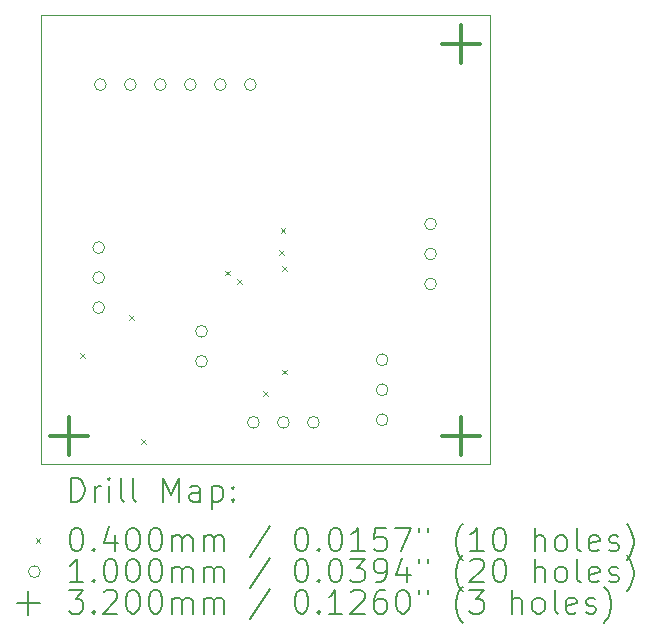
<source format=gbr>
%TF.GenerationSoftware,KiCad,Pcbnew,7.0.8-7.0.8~ubuntu22.04.1*%
%TF.CreationDate,2024-01-26T15:47:42+01:00*%
%TF.ProjectId,imu,696d752e-6b69-4636-9164-5f7063625858,rev?*%
%TF.SameCoordinates,Original*%
%TF.FileFunction,Drillmap*%
%TF.FilePolarity,Positive*%
%FSLAX45Y45*%
G04 Gerber Fmt 4.5, Leading zero omitted, Abs format (unit mm)*
G04 Created by KiCad (PCBNEW 7.0.8-7.0.8~ubuntu22.04.1) date 2024-01-26 15:47:42*
%MOMM*%
%LPD*%
G01*
G04 APERTURE LIST*
%ADD10C,0.100000*%
%ADD11C,0.200000*%
%ADD12C,0.040000*%
%ADD13C,0.320000*%
G04 APERTURE END LIST*
D10*
X12000589Y-3664558D02*
X12000589Y-7464558D01*
X8200589Y-7464558D01*
X8200589Y-3664558D01*
X12000589Y-3664558D01*
D11*
D12*
X8530589Y-6524558D02*
X8570589Y-6564558D01*
X8570589Y-6524558D02*
X8530589Y-6564558D01*
X8950589Y-6204558D02*
X8990589Y-6244558D01*
X8990589Y-6204558D02*
X8950589Y-6244558D01*
X9050589Y-7254558D02*
X9090589Y-7294558D01*
X9090589Y-7254558D02*
X9050589Y-7294558D01*
X9760589Y-5824558D02*
X9800589Y-5864558D01*
X9800589Y-5824558D02*
X9760589Y-5864558D01*
X9860589Y-5894558D02*
X9900589Y-5934558D01*
X9900589Y-5894558D02*
X9860589Y-5934558D01*
X10080589Y-6844558D02*
X10120589Y-6884558D01*
X10120589Y-6844558D02*
X10080589Y-6884558D01*
X10220589Y-5654558D02*
X10260589Y-5694558D01*
X10260589Y-5654558D02*
X10220589Y-5694558D01*
X10230589Y-5464558D02*
X10270589Y-5504558D01*
X10270589Y-5464558D02*
X10230589Y-5504558D01*
X10240589Y-5784558D02*
X10280589Y-5824558D01*
X10280589Y-5784558D02*
X10240589Y-5824558D01*
X10240589Y-6664558D02*
X10280589Y-6704558D01*
X10280589Y-6664558D02*
X10240589Y-6704558D01*
D10*
X8740000Y-5630000D02*
G75*
G03*
X8740000Y-5630000I-50000J0D01*
G01*
X8740000Y-5884000D02*
G75*
G03*
X8740000Y-5884000I-50000J0D01*
G01*
X8740000Y-6138000D02*
G75*
G03*
X8740000Y-6138000I-50000J0D01*
G01*
X8754000Y-4250000D02*
G75*
G03*
X8754000Y-4250000I-50000J0D01*
G01*
X9008000Y-4250000D02*
G75*
G03*
X9008000Y-4250000I-50000J0D01*
G01*
X9262000Y-4250000D02*
G75*
G03*
X9262000Y-4250000I-50000J0D01*
G01*
X9516000Y-4250000D02*
G75*
G03*
X9516000Y-4250000I-50000J0D01*
G01*
X9610589Y-6338058D02*
G75*
G03*
X9610589Y-6338058I-50000J0D01*
G01*
X9610589Y-6592058D02*
G75*
G03*
X9610589Y-6592058I-50000J0D01*
G01*
X9770000Y-4250000D02*
G75*
G03*
X9770000Y-4250000I-50000J0D01*
G01*
X10024000Y-4250000D02*
G75*
G03*
X10024000Y-4250000I-50000J0D01*
G01*
X10050000Y-7110000D02*
G75*
G03*
X10050000Y-7110000I-50000J0D01*
G01*
X10304000Y-7110000D02*
G75*
G03*
X10304000Y-7110000I-50000J0D01*
G01*
X10558000Y-7110000D02*
G75*
G03*
X10558000Y-7110000I-50000J0D01*
G01*
X11140000Y-6580000D02*
G75*
G03*
X11140000Y-6580000I-50000J0D01*
G01*
X11140000Y-6834000D02*
G75*
G03*
X11140000Y-6834000I-50000J0D01*
G01*
X11140000Y-7088000D02*
G75*
G03*
X11140000Y-7088000I-50000J0D01*
G01*
X11550000Y-5430000D02*
G75*
G03*
X11550000Y-5430000I-50000J0D01*
G01*
X11550000Y-5684000D02*
G75*
G03*
X11550000Y-5684000I-50000J0D01*
G01*
X11550000Y-5938000D02*
G75*
G03*
X11550000Y-5938000I-50000J0D01*
G01*
D13*
X8440589Y-7064558D02*
X8440589Y-7384558D01*
X8280589Y-7224558D02*
X8600589Y-7224558D01*
X11760589Y-3744558D02*
X11760589Y-4064558D01*
X11600589Y-3904558D02*
X11920589Y-3904558D01*
X11760589Y-7064558D02*
X11760589Y-7384558D01*
X11600589Y-7224558D02*
X11920589Y-7224558D01*
D11*
X8456366Y-7781042D02*
X8456366Y-7581042D01*
X8456366Y-7581042D02*
X8503985Y-7581042D01*
X8503985Y-7581042D02*
X8532556Y-7590566D01*
X8532556Y-7590566D02*
X8551604Y-7609614D01*
X8551604Y-7609614D02*
X8561128Y-7628661D01*
X8561128Y-7628661D02*
X8570651Y-7666756D01*
X8570651Y-7666756D02*
X8570651Y-7695328D01*
X8570651Y-7695328D02*
X8561128Y-7733423D01*
X8561128Y-7733423D02*
X8551604Y-7752471D01*
X8551604Y-7752471D02*
X8532556Y-7771518D01*
X8532556Y-7771518D02*
X8503985Y-7781042D01*
X8503985Y-7781042D02*
X8456366Y-7781042D01*
X8656366Y-7781042D02*
X8656366Y-7647709D01*
X8656366Y-7685804D02*
X8665889Y-7666756D01*
X8665889Y-7666756D02*
X8675413Y-7657233D01*
X8675413Y-7657233D02*
X8694461Y-7647709D01*
X8694461Y-7647709D02*
X8713509Y-7647709D01*
X8780175Y-7781042D02*
X8780175Y-7647709D01*
X8780175Y-7581042D02*
X8770651Y-7590566D01*
X8770651Y-7590566D02*
X8780175Y-7600090D01*
X8780175Y-7600090D02*
X8789699Y-7590566D01*
X8789699Y-7590566D02*
X8780175Y-7581042D01*
X8780175Y-7581042D02*
X8780175Y-7600090D01*
X8903985Y-7781042D02*
X8884937Y-7771518D01*
X8884937Y-7771518D02*
X8875413Y-7752471D01*
X8875413Y-7752471D02*
X8875413Y-7581042D01*
X9008747Y-7781042D02*
X8989699Y-7771518D01*
X8989699Y-7771518D02*
X8980175Y-7752471D01*
X8980175Y-7752471D02*
X8980175Y-7581042D01*
X9237318Y-7781042D02*
X9237318Y-7581042D01*
X9237318Y-7581042D02*
X9303985Y-7723899D01*
X9303985Y-7723899D02*
X9370651Y-7581042D01*
X9370651Y-7581042D02*
X9370651Y-7781042D01*
X9551604Y-7781042D02*
X9551604Y-7676280D01*
X9551604Y-7676280D02*
X9542080Y-7657233D01*
X9542080Y-7657233D02*
X9523032Y-7647709D01*
X9523032Y-7647709D02*
X9484937Y-7647709D01*
X9484937Y-7647709D02*
X9465889Y-7657233D01*
X9551604Y-7771518D02*
X9532556Y-7781042D01*
X9532556Y-7781042D02*
X9484937Y-7781042D01*
X9484937Y-7781042D02*
X9465889Y-7771518D01*
X9465889Y-7771518D02*
X9456366Y-7752471D01*
X9456366Y-7752471D02*
X9456366Y-7733423D01*
X9456366Y-7733423D02*
X9465889Y-7714375D01*
X9465889Y-7714375D02*
X9484937Y-7704852D01*
X9484937Y-7704852D02*
X9532556Y-7704852D01*
X9532556Y-7704852D02*
X9551604Y-7695328D01*
X9646842Y-7647709D02*
X9646842Y-7847709D01*
X9646842Y-7657233D02*
X9665889Y-7647709D01*
X9665889Y-7647709D02*
X9703985Y-7647709D01*
X9703985Y-7647709D02*
X9723032Y-7657233D01*
X9723032Y-7657233D02*
X9732556Y-7666756D01*
X9732556Y-7666756D02*
X9742080Y-7685804D01*
X9742080Y-7685804D02*
X9742080Y-7742947D01*
X9742080Y-7742947D02*
X9732556Y-7761994D01*
X9732556Y-7761994D02*
X9723032Y-7771518D01*
X9723032Y-7771518D02*
X9703985Y-7781042D01*
X9703985Y-7781042D02*
X9665889Y-7781042D01*
X9665889Y-7781042D02*
X9646842Y-7771518D01*
X9827794Y-7761994D02*
X9837318Y-7771518D01*
X9837318Y-7771518D02*
X9827794Y-7781042D01*
X9827794Y-7781042D02*
X9818270Y-7771518D01*
X9818270Y-7771518D02*
X9827794Y-7761994D01*
X9827794Y-7761994D02*
X9827794Y-7781042D01*
X9827794Y-7657233D02*
X9837318Y-7666756D01*
X9837318Y-7666756D02*
X9827794Y-7676280D01*
X9827794Y-7676280D02*
X9818270Y-7666756D01*
X9818270Y-7666756D02*
X9827794Y-7657233D01*
X9827794Y-7657233D02*
X9827794Y-7676280D01*
D12*
X8155589Y-8089558D02*
X8195589Y-8129558D01*
X8195589Y-8089558D02*
X8155589Y-8129558D01*
D11*
X8494461Y-8001042D02*
X8513509Y-8001042D01*
X8513509Y-8001042D02*
X8532556Y-8010566D01*
X8532556Y-8010566D02*
X8542080Y-8020090D01*
X8542080Y-8020090D02*
X8551604Y-8039137D01*
X8551604Y-8039137D02*
X8561128Y-8077233D01*
X8561128Y-8077233D02*
X8561128Y-8124852D01*
X8561128Y-8124852D02*
X8551604Y-8162947D01*
X8551604Y-8162947D02*
X8542080Y-8181994D01*
X8542080Y-8181994D02*
X8532556Y-8191518D01*
X8532556Y-8191518D02*
X8513509Y-8201042D01*
X8513509Y-8201042D02*
X8494461Y-8201042D01*
X8494461Y-8201042D02*
X8475413Y-8191518D01*
X8475413Y-8191518D02*
X8465889Y-8181994D01*
X8465889Y-8181994D02*
X8456366Y-8162947D01*
X8456366Y-8162947D02*
X8446842Y-8124852D01*
X8446842Y-8124852D02*
X8446842Y-8077233D01*
X8446842Y-8077233D02*
X8456366Y-8039137D01*
X8456366Y-8039137D02*
X8465889Y-8020090D01*
X8465889Y-8020090D02*
X8475413Y-8010566D01*
X8475413Y-8010566D02*
X8494461Y-8001042D01*
X8646842Y-8181994D02*
X8656366Y-8191518D01*
X8656366Y-8191518D02*
X8646842Y-8201042D01*
X8646842Y-8201042D02*
X8637318Y-8191518D01*
X8637318Y-8191518D02*
X8646842Y-8181994D01*
X8646842Y-8181994D02*
X8646842Y-8201042D01*
X8827794Y-8067709D02*
X8827794Y-8201042D01*
X8780175Y-7991518D02*
X8732556Y-8134375D01*
X8732556Y-8134375D02*
X8856366Y-8134375D01*
X8970651Y-8001042D02*
X8989699Y-8001042D01*
X8989699Y-8001042D02*
X9008747Y-8010566D01*
X9008747Y-8010566D02*
X9018270Y-8020090D01*
X9018270Y-8020090D02*
X9027794Y-8039137D01*
X9027794Y-8039137D02*
X9037318Y-8077233D01*
X9037318Y-8077233D02*
X9037318Y-8124852D01*
X9037318Y-8124852D02*
X9027794Y-8162947D01*
X9027794Y-8162947D02*
X9018270Y-8181994D01*
X9018270Y-8181994D02*
X9008747Y-8191518D01*
X9008747Y-8191518D02*
X8989699Y-8201042D01*
X8989699Y-8201042D02*
X8970651Y-8201042D01*
X8970651Y-8201042D02*
X8951604Y-8191518D01*
X8951604Y-8191518D02*
X8942080Y-8181994D01*
X8942080Y-8181994D02*
X8932556Y-8162947D01*
X8932556Y-8162947D02*
X8923032Y-8124852D01*
X8923032Y-8124852D02*
X8923032Y-8077233D01*
X8923032Y-8077233D02*
X8932556Y-8039137D01*
X8932556Y-8039137D02*
X8942080Y-8020090D01*
X8942080Y-8020090D02*
X8951604Y-8010566D01*
X8951604Y-8010566D02*
X8970651Y-8001042D01*
X9161128Y-8001042D02*
X9180175Y-8001042D01*
X9180175Y-8001042D02*
X9199223Y-8010566D01*
X9199223Y-8010566D02*
X9208747Y-8020090D01*
X9208747Y-8020090D02*
X9218270Y-8039137D01*
X9218270Y-8039137D02*
X9227794Y-8077233D01*
X9227794Y-8077233D02*
X9227794Y-8124852D01*
X9227794Y-8124852D02*
X9218270Y-8162947D01*
X9218270Y-8162947D02*
X9208747Y-8181994D01*
X9208747Y-8181994D02*
X9199223Y-8191518D01*
X9199223Y-8191518D02*
X9180175Y-8201042D01*
X9180175Y-8201042D02*
X9161128Y-8201042D01*
X9161128Y-8201042D02*
X9142080Y-8191518D01*
X9142080Y-8191518D02*
X9132556Y-8181994D01*
X9132556Y-8181994D02*
X9123032Y-8162947D01*
X9123032Y-8162947D02*
X9113509Y-8124852D01*
X9113509Y-8124852D02*
X9113509Y-8077233D01*
X9113509Y-8077233D02*
X9123032Y-8039137D01*
X9123032Y-8039137D02*
X9132556Y-8020090D01*
X9132556Y-8020090D02*
X9142080Y-8010566D01*
X9142080Y-8010566D02*
X9161128Y-8001042D01*
X9313509Y-8201042D02*
X9313509Y-8067709D01*
X9313509Y-8086756D02*
X9323032Y-8077233D01*
X9323032Y-8077233D02*
X9342080Y-8067709D01*
X9342080Y-8067709D02*
X9370651Y-8067709D01*
X9370651Y-8067709D02*
X9389699Y-8077233D01*
X9389699Y-8077233D02*
X9399223Y-8096280D01*
X9399223Y-8096280D02*
X9399223Y-8201042D01*
X9399223Y-8096280D02*
X9408747Y-8077233D01*
X9408747Y-8077233D02*
X9427794Y-8067709D01*
X9427794Y-8067709D02*
X9456366Y-8067709D01*
X9456366Y-8067709D02*
X9475413Y-8077233D01*
X9475413Y-8077233D02*
X9484937Y-8096280D01*
X9484937Y-8096280D02*
X9484937Y-8201042D01*
X9580175Y-8201042D02*
X9580175Y-8067709D01*
X9580175Y-8086756D02*
X9589699Y-8077233D01*
X9589699Y-8077233D02*
X9608747Y-8067709D01*
X9608747Y-8067709D02*
X9637318Y-8067709D01*
X9637318Y-8067709D02*
X9656366Y-8077233D01*
X9656366Y-8077233D02*
X9665890Y-8096280D01*
X9665890Y-8096280D02*
X9665890Y-8201042D01*
X9665890Y-8096280D02*
X9675413Y-8077233D01*
X9675413Y-8077233D02*
X9694461Y-8067709D01*
X9694461Y-8067709D02*
X9723032Y-8067709D01*
X9723032Y-8067709D02*
X9742080Y-8077233D01*
X9742080Y-8077233D02*
X9751604Y-8096280D01*
X9751604Y-8096280D02*
X9751604Y-8201042D01*
X10142080Y-7991518D02*
X9970652Y-8248661D01*
X10399223Y-8001042D02*
X10418271Y-8001042D01*
X10418271Y-8001042D02*
X10437318Y-8010566D01*
X10437318Y-8010566D02*
X10446842Y-8020090D01*
X10446842Y-8020090D02*
X10456366Y-8039137D01*
X10456366Y-8039137D02*
X10465890Y-8077233D01*
X10465890Y-8077233D02*
X10465890Y-8124852D01*
X10465890Y-8124852D02*
X10456366Y-8162947D01*
X10456366Y-8162947D02*
X10446842Y-8181994D01*
X10446842Y-8181994D02*
X10437318Y-8191518D01*
X10437318Y-8191518D02*
X10418271Y-8201042D01*
X10418271Y-8201042D02*
X10399223Y-8201042D01*
X10399223Y-8201042D02*
X10380175Y-8191518D01*
X10380175Y-8191518D02*
X10370652Y-8181994D01*
X10370652Y-8181994D02*
X10361128Y-8162947D01*
X10361128Y-8162947D02*
X10351604Y-8124852D01*
X10351604Y-8124852D02*
X10351604Y-8077233D01*
X10351604Y-8077233D02*
X10361128Y-8039137D01*
X10361128Y-8039137D02*
X10370652Y-8020090D01*
X10370652Y-8020090D02*
X10380175Y-8010566D01*
X10380175Y-8010566D02*
X10399223Y-8001042D01*
X10551604Y-8181994D02*
X10561128Y-8191518D01*
X10561128Y-8191518D02*
X10551604Y-8201042D01*
X10551604Y-8201042D02*
X10542080Y-8191518D01*
X10542080Y-8191518D02*
X10551604Y-8181994D01*
X10551604Y-8181994D02*
X10551604Y-8201042D01*
X10684937Y-8001042D02*
X10703985Y-8001042D01*
X10703985Y-8001042D02*
X10723033Y-8010566D01*
X10723033Y-8010566D02*
X10732556Y-8020090D01*
X10732556Y-8020090D02*
X10742080Y-8039137D01*
X10742080Y-8039137D02*
X10751604Y-8077233D01*
X10751604Y-8077233D02*
X10751604Y-8124852D01*
X10751604Y-8124852D02*
X10742080Y-8162947D01*
X10742080Y-8162947D02*
X10732556Y-8181994D01*
X10732556Y-8181994D02*
X10723033Y-8191518D01*
X10723033Y-8191518D02*
X10703985Y-8201042D01*
X10703985Y-8201042D02*
X10684937Y-8201042D01*
X10684937Y-8201042D02*
X10665890Y-8191518D01*
X10665890Y-8191518D02*
X10656366Y-8181994D01*
X10656366Y-8181994D02*
X10646842Y-8162947D01*
X10646842Y-8162947D02*
X10637318Y-8124852D01*
X10637318Y-8124852D02*
X10637318Y-8077233D01*
X10637318Y-8077233D02*
X10646842Y-8039137D01*
X10646842Y-8039137D02*
X10656366Y-8020090D01*
X10656366Y-8020090D02*
X10665890Y-8010566D01*
X10665890Y-8010566D02*
X10684937Y-8001042D01*
X10942080Y-8201042D02*
X10827794Y-8201042D01*
X10884937Y-8201042D02*
X10884937Y-8001042D01*
X10884937Y-8001042D02*
X10865890Y-8029614D01*
X10865890Y-8029614D02*
X10846842Y-8048661D01*
X10846842Y-8048661D02*
X10827794Y-8058185D01*
X11123033Y-8001042D02*
X11027794Y-8001042D01*
X11027794Y-8001042D02*
X11018271Y-8096280D01*
X11018271Y-8096280D02*
X11027794Y-8086756D01*
X11027794Y-8086756D02*
X11046842Y-8077233D01*
X11046842Y-8077233D02*
X11094461Y-8077233D01*
X11094461Y-8077233D02*
X11113509Y-8086756D01*
X11113509Y-8086756D02*
X11123033Y-8096280D01*
X11123033Y-8096280D02*
X11132556Y-8115328D01*
X11132556Y-8115328D02*
X11132556Y-8162947D01*
X11132556Y-8162947D02*
X11123033Y-8181994D01*
X11123033Y-8181994D02*
X11113509Y-8191518D01*
X11113509Y-8191518D02*
X11094461Y-8201042D01*
X11094461Y-8201042D02*
X11046842Y-8201042D01*
X11046842Y-8201042D02*
X11027794Y-8191518D01*
X11027794Y-8191518D02*
X11018271Y-8181994D01*
X11199223Y-8001042D02*
X11332556Y-8001042D01*
X11332556Y-8001042D02*
X11246842Y-8201042D01*
X11399223Y-8001042D02*
X11399223Y-8039137D01*
X11475413Y-8001042D02*
X11475413Y-8039137D01*
X11770652Y-8277233D02*
X11761128Y-8267709D01*
X11761128Y-8267709D02*
X11742080Y-8239137D01*
X11742080Y-8239137D02*
X11732556Y-8220090D01*
X11732556Y-8220090D02*
X11723033Y-8191518D01*
X11723033Y-8191518D02*
X11713509Y-8143899D01*
X11713509Y-8143899D02*
X11713509Y-8105804D01*
X11713509Y-8105804D02*
X11723033Y-8058185D01*
X11723033Y-8058185D02*
X11732556Y-8029614D01*
X11732556Y-8029614D02*
X11742080Y-8010566D01*
X11742080Y-8010566D02*
X11761128Y-7981994D01*
X11761128Y-7981994D02*
X11770652Y-7972471D01*
X11951604Y-8201042D02*
X11837318Y-8201042D01*
X11894461Y-8201042D02*
X11894461Y-8001042D01*
X11894461Y-8001042D02*
X11875413Y-8029614D01*
X11875413Y-8029614D02*
X11856366Y-8048661D01*
X11856366Y-8048661D02*
X11837318Y-8058185D01*
X12075413Y-8001042D02*
X12094461Y-8001042D01*
X12094461Y-8001042D02*
X12113509Y-8010566D01*
X12113509Y-8010566D02*
X12123033Y-8020090D01*
X12123033Y-8020090D02*
X12132556Y-8039137D01*
X12132556Y-8039137D02*
X12142080Y-8077233D01*
X12142080Y-8077233D02*
X12142080Y-8124852D01*
X12142080Y-8124852D02*
X12132556Y-8162947D01*
X12132556Y-8162947D02*
X12123033Y-8181994D01*
X12123033Y-8181994D02*
X12113509Y-8191518D01*
X12113509Y-8191518D02*
X12094461Y-8201042D01*
X12094461Y-8201042D02*
X12075413Y-8201042D01*
X12075413Y-8201042D02*
X12056366Y-8191518D01*
X12056366Y-8191518D02*
X12046842Y-8181994D01*
X12046842Y-8181994D02*
X12037318Y-8162947D01*
X12037318Y-8162947D02*
X12027794Y-8124852D01*
X12027794Y-8124852D02*
X12027794Y-8077233D01*
X12027794Y-8077233D02*
X12037318Y-8039137D01*
X12037318Y-8039137D02*
X12046842Y-8020090D01*
X12046842Y-8020090D02*
X12056366Y-8010566D01*
X12056366Y-8010566D02*
X12075413Y-8001042D01*
X12380175Y-8201042D02*
X12380175Y-8001042D01*
X12465890Y-8201042D02*
X12465890Y-8096280D01*
X12465890Y-8096280D02*
X12456366Y-8077233D01*
X12456366Y-8077233D02*
X12437318Y-8067709D01*
X12437318Y-8067709D02*
X12408747Y-8067709D01*
X12408747Y-8067709D02*
X12389699Y-8077233D01*
X12389699Y-8077233D02*
X12380175Y-8086756D01*
X12589699Y-8201042D02*
X12570652Y-8191518D01*
X12570652Y-8191518D02*
X12561128Y-8181994D01*
X12561128Y-8181994D02*
X12551604Y-8162947D01*
X12551604Y-8162947D02*
X12551604Y-8105804D01*
X12551604Y-8105804D02*
X12561128Y-8086756D01*
X12561128Y-8086756D02*
X12570652Y-8077233D01*
X12570652Y-8077233D02*
X12589699Y-8067709D01*
X12589699Y-8067709D02*
X12618271Y-8067709D01*
X12618271Y-8067709D02*
X12637318Y-8077233D01*
X12637318Y-8077233D02*
X12646842Y-8086756D01*
X12646842Y-8086756D02*
X12656366Y-8105804D01*
X12656366Y-8105804D02*
X12656366Y-8162947D01*
X12656366Y-8162947D02*
X12646842Y-8181994D01*
X12646842Y-8181994D02*
X12637318Y-8191518D01*
X12637318Y-8191518D02*
X12618271Y-8201042D01*
X12618271Y-8201042D02*
X12589699Y-8201042D01*
X12770652Y-8201042D02*
X12751604Y-8191518D01*
X12751604Y-8191518D02*
X12742080Y-8172471D01*
X12742080Y-8172471D02*
X12742080Y-8001042D01*
X12923033Y-8191518D02*
X12903985Y-8201042D01*
X12903985Y-8201042D02*
X12865890Y-8201042D01*
X12865890Y-8201042D02*
X12846842Y-8191518D01*
X12846842Y-8191518D02*
X12837318Y-8172471D01*
X12837318Y-8172471D02*
X12837318Y-8096280D01*
X12837318Y-8096280D02*
X12846842Y-8077233D01*
X12846842Y-8077233D02*
X12865890Y-8067709D01*
X12865890Y-8067709D02*
X12903985Y-8067709D01*
X12903985Y-8067709D02*
X12923033Y-8077233D01*
X12923033Y-8077233D02*
X12932556Y-8096280D01*
X12932556Y-8096280D02*
X12932556Y-8115328D01*
X12932556Y-8115328D02*
X12837318Y-8134375D01*
X13008747Y-8191518D02*
X13027795Y-8201042D01*
X13027795Y-8201042D02*
X13065890Y-8201042D01*
X13065890Y-8201042D02*
X13084937Y-8191518D01*
X13084937Y-8191518D02*
X13094461Y-8172471D01*
X13094461Y-8172471D02*
X13094461Y-8162947D01*
X13094461Y-8162947D02*
X13084937Y-8143899D01*
X13084937Y-8143899D02*
X13065890Y-8134375D01*
X13065890Y-8134375D02*
X13037318Y-8134375D01*
X13037318Y-8134375D02*
X13018271Y-8124852D01*
X13018271Y-8124852D02*
X13008747Y-8105804D01*
X13008747Y-8105804D02*
X13008747Y-8096280D01*
X13008747Y-8096280D02*
X13018271Y-8077233D01*
X13018271Y-8077233D02*
X13037318Y-8067709D01*
X13037318Y-8067709D02*
X13065890Y-8067709D01*
X13065890Y-8067709D02*
X13084937Y-8077233D01*
X13161128Y-8277233D02*
X13170652Y-8267709D01*
X13170652Y-8267709D02*
X13189699Y-8239137D01*
X13189699Y-8239137D02*
X13199223Y-8220090D01*
X13199223Y-8220090D02*
X13208747Y-8191518D01*
X13208747Y-8191518D02*
X13218271Y-8143899D01*
X13218271Y-8143899D02*
X13218271Y-8105804D01*
X13218271Y-8105804D02*
X13208747Y-8058185D01*
X13208747Y-8058185D02*
X13199223Y-8029614D01*
X13199223Y-8029614D02*
X13189699Y-8010566D01*
X13189699Y-8010566D02*
X13170652Y-7981994D01*
X13170652Y-7981994D02*
X13161128Y-7972471D01*
D10*
X8195589Y-8373558D02*
G75*
G03*
X8195589Y-8373558I-50000J0D01*
G01*
D11*
X8561128Y-8465042D02*
X8446842Y-8465042D01*
X8503985Y-8465042D02*
X8503985Y-8265042D01*
X8503985Y-8265042D02*
X8484937Y-8293614D01*
X8484937Y-8293614D02*
X8465889Y-8312661D01*
X8465889Y-8312661D02*
X8446842Y-8322185D01*
X8646842Y-8445995D02*
X8656366Y-8455518D01*
X8656366Y-8455518D02*
X8646842Y-8465042D01*
X8646842Y-8465042D02*
X8637318Y-8455518D01*
X8637318Y-8455518D02*
X8646842Y-8445995D01*
X8646842Y-8445995D02*
X8646842Y-8465042D01*
X8780175Y-8265042D02*
X8799223Y-8265042D01*
X8799223Y-8265042D02*
X8818270Y-8274566D01*
X8818270Y-8274566D02*
X8827794Y-8284090D01*
X8827794Y-8284090D02*
X8837318Y-8303137D01*
X8837318Y-8303137D02*
X8846842Y-8341233D01*
X8846842Y-8341233D02*
X8846842Y-8388852D01*
X8846842Y-8388852D02*
X8837318Y-8426947D01*
X8837318Y-8426947D02*
X8827794Y-8445995D01*
X8827794Y-8445995D02*
X8818270Y-8455518D01*
X8818270Y-8455518D02*
X8799223Y-8465042D01*
X8799223Y-8465042D02*
X8780175Y-8465042D01*
X8780175Y-8465042D02*
X8761128Y-8455518D01*
X8761128Y-8455518D02*
X8751604Y-8445995D01*
X8751604Y-8445995D02*
X8742080Y-8426947D01*
X8742080Y-8426947D02*
X8732556Y-8388852D01*
X8732556Y-8388852D02*
X8732556Y-8341233D01*
X8732556Y-8341233D02*
X8742080Y-8303137D01*
X8742080Y-8303137D02*
X8751604Y-8284090D01*
X8751604Y-8284090D02*
X8761128Y-8274566D01*
X8761128Y-8274566D02*
X8780175Y-8265042D01*
X8970651Y-8265042D02*
X8989699Y-8265042D01*
X8989699Y-8265042D02*
X9008747Y-8274566D01*
X9008747Y-8274566D02*
X9018270Y-8284090D01*
X9018270Y-8284090D02*
X9027794Y-8303137D01*
X9027794Y-8303137D02*
X9037318Y-8341233D01*
X9037318Y-8341233D02*
X9037318Y-8388852D01*
X9037318Y-8388852D02*
X9027794Y-8426947D01*
X9027794Y-8426947D02*
X9018270Y-8445995D01*
X9018270Y-8445995D02*
X9008747Y-8455518D01*
X9008747Y-8455518D02*
X8989699Y-8465042D01*
X8989699Y-8465042D02*
X8970651Y-8465042D01*
X8970651Y-8465042D02*
X8951604Y-8455518D01*
X8951604Y-8455518D02*
X8942080Y-8445995D01*
X8942080Y-8445995D02*
X8932556Y-8426947D01*
X8932556Y-8426947D02*
X8923032Y-8388852D01*
X8923032Y-8388852D02*
X8923032Y-8341233D01*
X8923032Y-8341233D02*
X8932556Y-8303137D01*
X8932556Y-8303137D02*
X8942080Y-8284090D01*
X8942080Y-8284090D02*
X8951604Y-8274566D01*
X8951604Y-8274566D02*
X8970651Y-8265042D01*
X9161128Y-8265042D02*
X9180175Y-8265042D01*
X9180175Y-8265042D02*
X9199223Y-8274566D01*
X9199223Y-8274566D02*
X9208747Y-8284090D01*
X9208747Y-8284090D02*
X9218270Y-8303137D01*
X9218270Y-8303137D02*
X9227794Y-8341233D01*
X9227794Y-8341233D02*
X9227794Y-8388852D01*
X9227794Y-8388852D02*
X9218270Y-8426947D01*
X9218270Y-8426947D02*
X9208747Y-8445995D01*
X9208747Y-8445995D02*
X9199223Y-8455518D01*
X9199223Y-8455518D02*
X9180175Y-8465042D01*
X9180175Y-8465042D02*
X9161128Y-8465042D01*
X9161128Y-8465042D02*
X9142080Y-8455518D01*
X9142080Y-8455518D02*
X9132556Y-8445995D01*
X9132556Y-8445995D02*
X9123032Y-8426947D01*
X9123032Y-8426947D02*
X9113509Y-8388852D01*
X9113509Y-8388852D02*
X9113509Y-8341233D01*
X9113509Y-8341233D02*
X9123032Y-8303137D01*
X9123032Y-8303137D02*
X9132556Y-8284090D01*
X9132556Y-8284090D02*
X9142080Y-8274566D01*
X9142080Y-8274566D02*
X9161128Y-8265042D01*
X9313509Y-8465042D02*
X9313509Y-8331709D01*
X9313509Y-8350756D02*
X9323032Y-8341233D01*
X9323032Y-8341233D02*
X9342080Y-8331709D01*
X9342080Y-8331709D02*
X9370651Y-8331709D01*
X9370651Y-8331709D02*
X9389699Y-8341233D01*
X9389699Y-8341233D02*
X9399223Y-8360280D01*
X9399223Y-8360280D02*
X9399223Y-8465042D01*
X9399223Y-8360280D02*
X9408747Y-8341233D01*
X9408747Y-8341233D02*
X9427794Y-8331709D01*
X9427794Y-8331709D02*
X9456366Y-8331709D01*
X9456366Y-8331709D02*
X9475413Y-8341233D01*
X9475413Y-8341233D02*
X9484937Y-8360280D01*
X9484937Y-8360280D02*
X9484937Y-8465042D01*
X9580175Y-8465042D02*
X9580175Y-8331709D01*
X9580175Y-8350756D02*
X9589699Y-8341233D01*
X9589699Y-8341233D02*
X9608747Y-8331709D01*
X9608747Y-8331709D02*
X9637318Y-8331709D01*
X9637318Y-8331709D02*
X9656366Y-8341233D01*
X9656366Y-8341233D02*
X9665890Y-8360280D01*
X9665890Y-8360280D02*
X9665890Y-8465042D01*
X9665890Y-8360280D02*
X9675413Y-8341233D01*
X9675413Y-8341233D02*
X9694461Y-8331709D01*
X9694461Y-8331709D02*
X9723032Y-8331709D01*
X9723032Y-8331709D02*
X9742080Y-8341233D01*
X9742080Y-8341233D02*
X9751604Y-8360280D01*
X9751604Y-8360280D02*
X9751604Y-8465042D01*
X10142080Y-8255518D02*
X9970652Y-8512661D01*
X10399223Y-8265042D02*
X10418271Y-8265042D01*
X10418271Y-8265042D02*
X10437318Y-8274566D01*
X10437318Y-8274566D02*
X10446842Y-8284090D01*
X10446842Y-8284090D02*
X10456366Y-8303137D01*
X10456366Y-8303137D02*
X10465890Y-8341233D01*
X10465890Y-8341233D02*
X10465890Y-8388852D01*
X10465890Y-8388852D02*
X10456366Y-8426947D01*
X10456366Y-8426947D02*
X10446842Y-8445995D01*
X10446842Y-8445995D02*
X10437318Y-8455518D01*
X10437318Y-8455518D02*
X10418271Y-8465042D01*
X10418271Y-8465042D02*
X10399223Y-8465042D01*
X10399223Y-8465042D02*
X10380175Y-8455518D01*
X10380175Y-8455518D02*
X10370652Y-8445995D01*
X10370652Y-8445995D02*
X10361128Y-8426947D01*
X10361128Y-8426947D02*
X10351604Y-8388852D01*
X10351604Y-8388852D02*
X10351604Y-8341233D01*
X10351604Y-8341233D02*
X10361128Y-8303137D01*
X10361128Y-8303137D02*
X10370652Y-8284090D01*
X10370652Y-8284090D02*
X10380175Y-8274566D01*
X10380175Y-8274566D02*
X10399223Y-8265042D01*
X10551604Y-8445995D02*
X10561128Y-8455518D01*
X10561128Y-8455518D02*
X10551604Y-8465042D01*
X10551604Y-8465042D02*
X10542080Y-8455518D01*
X10542080Y-8455518D02*
X10551604Y-8445995D01*
X10551604Y-8445995D02*
X10551604Y-8465042D01*
X10684937Y-8265042D02*
X10703985Y-8265042D01*
X10703985Y-8265042D02*
X10723033Y-8274566D01*
X10723033Y-8274566D02*
X10732556Y-8284090D01*
X10732556Y-8284090D02*
X10742080Y-8303137D01*
X10742080Y-8303137D02*
X10751604Y-8341233D01*
X10751604Y-8341233D02*
X10751604Y-8388852D01*
X10751604Y-8388852D02*
X10742080Y-8426947D01*
X10742080Y-8426947D02*
X10732556Y-8445995D01*
X10732556Y-8445995D02*
X10723033Y-8455518D01*
X10723033Y-8455518D02*
X10703985Y-8465042D01*
X10703985Y-8465042D02*
X10684937Y-8465042D01*
X10684937Y-8465042D02*
X10665890Y-8455518D01*
X10665890Y-8455518D02*
X10656366Y-8445995D01*
X10656366Y-8445995D02*
X10646842Y-8426947D01*
X10646842Y-8426947D02*
X10637318Y-8388852D01*
X10637318Y-8388852D02*
X10637318Y-8341233D01*
X10637318Y-8341233D02*
X10646842Y-8303137D01*
X10646842Y-8303137D02*
X10656366Y-8284090D01*
X10656366Y-8284090D02*
X10665890Y-8274566D01*
X10665890Y-8274566D02*
X10684937Y-8265042D01*
X10818271Y-8265042D02*
X10942080Y-8265042D01*
X10942080Y-8265042D02*
X10875413Y-8341233D01*
X10875413Y-8341233D02*
X10903985Y-8341233D01*
X10903985Y-8341233D02*
X10923033Y-8350756D01*
X10923033Y-8350756D02*
X10932556Y-8360280D01*
X10932556Y-8360280D02*
X10942080Y-8379328D01*
X10942080Y-8379328D02*
X10942080Y-8426947D01*
X10942080Y-8426947D02*
X10932556Y-8445995D01*
X10932556Y-8445995D02*
X10923033Y-8455518D01*
X10923033Y-8455518D02*
X10903985Y-8465042D01*
X10903985Y-8465042D02*
X10846842Y-8465042D01*
X10846842Y-8465042D02*
X10827794Y-8455518D01*
X10827794Y-8455518D02*
X10818271Y-8445995D01*
X11037318Y-8465042D02*
X11075413Y-8465042D01*
X11075413Y-8465042D02*
X11094461Y-8455518D01*
X11094461Y-8455518D02*
X11103985Y-8445995D01*
X11103985Y-8445995D02*
X11123033Y-8417423D01*
X11123033Y-8417423D02*
X11132556Y-8379328D01*
X11132556Y-8379328D02*
X11132556Y-8303137D01*
X11132556Y-8303137D02*
X11123033Y-8284090D01*
X11123033Y-8284090D02*
X11113509Y-8274566D01*
X11113509Y-8274566D02*
X11094461Y-8265042D01*
X11094461Y-8265042D02*
X11056366Y-8265042D01*
X11056366Y-8265042D02*
X11037318Y-8274566D01*
X11037318Y-8274566D02*
X11027794Y-8284090D01*
X11027794Y-8284090D02*
X11018271Y-8303137D01*
X11018271Y-8303137D02*
X11018271Y-8350756D01*
X11018271Y-8350756D02*
X11027794Y-8369804D01*
X11027794Y-8369804D02*
X11037318Y-8379328D01*
X11037318Y-8379328D02*
X11056366Y-8388852D01*
X11056366Y-8388852D02*
X11094461Y-8388852D01*
X11094461Y-8388852D02*
X11113509Y-8379328D01*
X11113509Y-8379328D02*
X11123033Y-8369804D01*
X11123033Y-8369804D02*
X11132556Y-8350756D01*
X11303985Y-8331709D02*
X11303985Y-8465042D01*
X11256366Y-8255518D02*
X11208747Y-8398376D01*
X11208747Y-8398376D02*
X11332556Y-8398376D01*
X11399223Y-8265042D02*
X11399223Y-8303137D01*
X11475413Y-8265042D02*
X11475413Y-8303137D01*
X11770652Y-8541233D02*
X11761128Y-8531709D01*
X11761128Y-8531709D02*
X11742080Y-8503137D01*
X11742080Y-8503137D02*
X11732556Y-8484090D01*
X11732556Y-8484090D02*
X11723033Y-8455518D01*
X11723033Y-8455518D02*
X11713509Y-8407899D01*
X11713509Y-8407899D02*
X11713509Y-8369804D01*
X11713509Y-8369804D02*
X11723033Y-8322185D01*
X11723033Y-8322185D02*
X11732556Y-8293614D01*
X11732556Y-8293614D02*
X11742080Y-8274566D01*
X11742080Y-8274566D02*
X11761128Y-8245994D01*
X11761128Y-8245994D02*
X11770652Y-8236471D01*
X11837318Y-8284090D02*
X11846842Y-8274566D01*
X11846842Y-8274566D02*
X11865890Y-8265042D01*
X11865890Y-8265042D02*
X11913509Y-8265042D01*
X11913509Y-8265042D02*
X11932556Y-8274566D01*
X11932556Y-8274566D02*
X11942080Y-8284090D01*
X11942080Y-8284090D02*
X11951604Y-8303137D01*
X11951604Y-8303137D02*
X11951604Y-8322185D01*
X11951604Y-8322185D02*
X11942080Y-8350756D01*
X11942080Y-8350756D02*
X11827794Y-8465042D01*
X11827794Y-8465042D02*
X11951604Y-8465042D01*
X12075413Y-8265042D02*
X12094461Y-8265042D01*
X12094461Y-8265042D02*
X12113509Y-8274566D01*
X12113509Y-8274566D02*
X12123033Y-8284090D01*
X12123033Y-8284090D02*
X12132556Y-8303137D01*
X12132556Y-8303137D02*
X12142080Y-8341233D01*
X12142080Y-8341233D02*
X12142080Y-8388852D01*
X12142080Y-8388852D02*
X12132556Y-8426947D01*
X12132556Y-8426947D02*
X12123033Y-8445995D01*
X12123033Y-8445995D02*
X12113509Y-8455518D01*
X12113509Y-8455518D02*
X12094461Y-8465042D01*
X12094461Y-8465042D02*
X12075413Y-8465042D01*
X12075413Y-8465042D02*
X12056366Y-8455518D01*
X12056366Y-8455518D02*
X12046842Y-8445995D01*
X12046842Y-8445995D02*
X12037318Y-8426947D01*
X12037318Y-8426947D02*
X12027794Y-8388852D01*
X12027794Y-8388852D02*
X12027794Y-8341233D01*
X12027794Y-8341233D02*
X12037318Y-8303137D01*
X12037318Y-8303137D02*
X12046842Y-8284090D01*
X12046842Y-8284090D02*
X12056366Y-8274566D01*
X12056366Y-8274566D02*
X12075413Y-8265042D01*
X12380175Y-8465042D02*
X12380175Y-8265042D01*
X12465890Y-8465042D02*
X12465890Y-8360280D01*
X12465890Y-8360280D02*
X12456366Y-8341233D01*
X12456366Y-8341233D02*
X12437318Y-8331709D01*
X12437318Y-8331709D02*
X12408747Y-8331709D01*
X12408747Y-8331709D02*
X12389699Y-8341233D01*
X12389699Y-8341233D02*
X12380175Y-8350756D01*
X12589699Y-8465042D02*
X12570652Y-8455518D01*
X12570652Y-8455518D02*
X12561128Y-8445995D01*
X12561128Y-8445995D02*
X12551604Y-8426947D01*
X12551604Y-8426947D02*
X12551604Y-8369804D01*
X12551604Y-8369804D02*
X12561128Y-8350756D01*
X12561128Y-8350756D02*
X12570652Y-8341233D01*
X12570652Y-8341233D02*
X12589699Y-8331709D01*
X12589699Y-8331709D02*
X12618271Y-8331709D01*
X12618271Y-8331709D02*
X12637318Y-8341233D01*
X12637318Y-8341233D02*
X12646842Y-8350756D01*
X12646842Y-8350756D02*
X12656366Y-8369804D01*
X12656366Y-8369804D02*
X12656366Y-8426947D01*
X12656366Y-8426947D02*
X12646842Y-8445995D01*
X12646842Y-8445995D02*
X12637318Y-8455518D01*
X12637318Y-8455518D02*
X12618271Y-8465042D01*
X12618271Y-8465042D02*
X12589699Y-8465042D01*
X12770652Y-8465042D02*
X12751604Y-8455518D01*
X12751604Y-8455518D02*
X12742080Y-8436471D01*
X12742080Y-8436471D02*
X12742080Y-8265042D01*
X12923033Y-8455518D02*
X12903985Y-8465042D01*
X12903985Y-8465042D02*
X12865890Y-8465042D01*
X12865890Y-8465042D02*
X12846842Y-8455518D01*
X12846842Y-8455518D02*
X12837318Y-8436471D01*
X12837318Y-8436471D02*
X12837318Y-8360280D01*
X12837318Y-8360280D02*
X12846842Y-8341233D01*
X12846842Y-8341233D02*
X12865890Y-8331709D01*
X12865890Y-8331709D02*
X12903985Y-8331709D01*
X12903985Y-8331709D02*
X12923033Y-8341233D01*
X12923033Y-8341233D02*
X12932556Y-8360280D01*
X12932556Y-8360280D02*
X12932556Y-8379328D01*
X12932556Y-8379328D02*
X12837318Y-8398376D01*
X13008747Y-8455518D02*
X13027795Y-8465042D01*
X13027795Y-8465042D02*
X13065890Y-8465042D01*
X13065890Y-8465042D02*
X13084937Y-8455518D01*
X13084937Y-8455518D02*
X13094461Y-8436471D01*
X13094461Y-8436471D02*
X13094461Y-8426947D01*
X13094461Y-8426947D02*
X13084937Y-8407899D01*
X13084937Y-8407899D02*
X13065890Y-8398376D01*
X13065890Y-8398376D02*
X13037318Y-8398376D01*
X13037318Y-8398376D02*
X13018271Y-8388852D01*
X13018271Y-8388852D02*
X13008747Y-8369804D01*
X13008747Y-8369804D02*
X13008747Y-8360280D01*
X13008747Y-8360280D02*
X13018271Y-8341233D01*
X13018271Y-8341233D02*
X13037318Y-8331709D01*
X13037318Y-8331709D02*
X13065890Y-8331709D01*
X13065890Y-8331709D02*
X13084937Y-8341233D01*
X13161128Y-8541233D02*
X13170652Y-8531709D01*
X13170652Y-8531709D02*
X13189699Y-8503137D01*
X13189699Y-8503137D02*
X13199223Y-8484090D01*
X13199223Y-8484090D02*
X13208747Y-8455518D01*
X13208747Y-8455518D02*
X13218271Y-8407899D01*
X13218271Y-8407899D02*
X13218271Y-8369804D01*
X13218271Y-8369804D02*
X13208747Y-8322185D01*
X13208747Y-8322185D02*
X13199223Y-8293614D01*
X13199223Y-8293614D02*
X13189699Y-8274566D01*
X13189699Y-8274566D02*
X13170652Y-8245994D01*
X13170652Y-8245994D02*
X13161128Y-8236471D01*
X8095589Y-8537558D02*
X8095589Y-8737558D01*
X7995589Y-8637558D02*
X8195589Y-8637558D01*
X8437318Y-8529042D02*
X8561128Y-8529042D01*
X8561128Y-8529042D02*
X8494461Y-8605233D01*
X8494461Y-8605233D02*
X8523032Y-8605233D01*
X8523032Y-8605233D02*
X8542080Y-8614756D01*
X8542080Y-8614756D02*
X8551604Y-8624280D01*
X8551604Y-8624280D02*
X8561128Y-8643328D01*
X8561128Y-8643328D02*
X8561128Y-8690947D01*
X8561128Y-8690947D02*
X8551604Y-8709995D01*
X8551604Y-8709995D02*
X8542080Y-8719518D01*
X8542080Y-8719518D02*
X8523032Y-8729042D01*
X8523032Y-8729042D02*
X8465889Y-8729042D01*
X8465889Y-8729042D02*
X8446842Y-8719518D01*
X8446842Y-8719518D02*
X8437318Y-8709995D01*
X8646842Y-8709995D02*
X8656366Y-8719518D01*
X8656366Y-8719518D02*
X8646842Y-8729042D01*
X8646842Y-8729042D02*
X8637318Y-8719518D01*
X8637318Y-8719518D02*
X8646842Y-8709995D01*
X8646842Y-8709995D02*
X8646842Y-8729042D01*
X8732556Y-8548090D02*
X8742080Y-8538566D01*
X8742080Y-8538566D02*
X8761128Y-8529042D01*
X8761128Y-8529042D02*
X8808747Y-8529042D01*
X8808747Y-8529042D02*
X8827794Y-8538566D01*
X8827794Y-8538566D02*
X8837318Y-8548090D01*
X8837318Y-8548090D02*
X8846842Y-8567137D01*
X8846842Y-8567137D02*
X8846842Y-8586185D01*
X8846842Y-8586185D02*
X8837318Y-8614756D01*
X8837318Y-8614756D02*
X8723032Y-8729042D01*
X8723032Y-8729042D02*
X8846842Y-8729042D01*
X8970651Y-8529042D02*
X8989699Y-8529042D01*
X8989699Y-8529042D02*
X9008747Y-8538566D01*
X9008747Y-8538566D02*
X9018270Y-8548090D01*
X9018270Y-8548090D02*
X9027794Y-8567137D01*
X9027794Y-8567137D02*
X9037318Y-8605233D01*
X9037318Y-8605233D02*
X9037318Y-8652852D01*
X9037318Y-8652852D02*
X9027794Y-8690947D01*
X9027794Y-8690947D02*
X9018270Y-8709995D01*
X9018270Y-8709995D02*
X9008747Y-8719518D01*
X9008747Y-8719518D02*
X8989699Y-8729042D01*
X8989699Y-8729042D02*
X8970651Y-8729042D01*
X8970651Y-8729042D02*
X8951604Y-8719518D01*
X8951604Y-8719518D02*
X8942080Y-8709995D01*
X8942080Y-8709995D02*
X8932556Y-8690947D01*
X8932556Y-8690947D02*
X8923032Y-8652852D01*
X8923032Y-8652852D02*
X8923032Y-8605233D01*
X8923032Y-8605233D02*
X8932556Y-8567137D01*
X8932556Y-8567137D02*
X8942080Y-8548090D01*
X8942080Y-8548090D02*
X8951604Y-8538566D01*
X8951604Y-8538566D02*
X8970651Y-8529042D01*
X9161128Y-8529042D02*
X9180175Y-8529042D01*
X9180175Y-8529042D02*
X9199223Y-8538566D01*
X9199223Y-8538566D02*
X9208747Y-8548090D01*
X9208747Y-8548090D02*
X9218270Y-8567137D01*
X9218270Y-8567137D02*
X9227794Y-8605233D01*
X9227794Y-8605233D02*
X9227794Y-8652852D01*
X9227794Y-8652852D02*
X9218270Y-8690947D01*
X9218270Y-8690947D02*
X9208747Y-8709995D01*
X9208747Y-8709995D02*
X9199223Y-8719518D01*
X9199223Y-8719518D02*
X9180175Y-8729042D01*
X9180175Y-8729042D02*
X9161128Y-8729042D01*
X9161128Y-8729042D02*
X9142080Y-8719518D01*
X9142080Y-8719518D02*
X9132556Y-8709995D01*
X9132556Y-8709995D02*
X9123032Y-8690947D01*
X9123032Y-8690947D02*
X9113509Y-8652852D01*
X9113509Y-8652852D02*
X9113509Y-8605233D01*
X9113509Y-8605233D02*
X9123032Y-8567137D01*
X9123032Y-8567137D02*
X9132556Y-8548090D01*
X9132556Y-8548090D02*
X9142080Y-8538566D01*
X9142080Y-8538566D02*
X9161128Y-8529042D01*
X9313509Y-8729042D02*
X9313509Y-8595709D01*
X9313509Y-8614756D02*
X9323032Y-8605233D01*
X9323032Y-8605233D02*
X9342080Y-8595709D01*
X9342080Y-8595709D02*
X9370651Y-8595709D01*
X9370651Y-8595709D02*
X9389699Y-8605233D01*
X9389699Y-8605233D02*
X9399223Y-8624280D01*
X9399223Y-8624280D02*
X9399223Y-8729042D01*
X9399223Y-8624280D02*
X9408747Y-8605233D01*
X9408747Y-8605233D02*
X9427794Y-8595709D01*
X9427794Y-8595709D02*
X9456366Y-8595709D01*
X9456366Y-8595709D02*
X9475413Y-8605233D01*
X9475413Y-8605233D02*
X9484937Y-8624280D01*
X9484937Y-8624280D02*
X9484937Y-8729042D01*
X9580175Y-8729042D02*
X9580175Y-8595709D01*
X9580175Y-8614756D02*
X9589699Y-8605233D01*
X9589699Y-8605233D02*
X9608747Y-8595709D01*
X9608747Y-8595709D02*
X9637318Y-8595709D01*
X9637318Y-8595709D02*
X9656366Y-8605233D01*
X9656366Y-8605233D02*
X9665890Y-8624280D01*
X9665890Y-8624280D02*
X9665890Y-8729042D01*
X9665890Y-8624280D02*
X9675413Y-8605233D01*
X9675413Y-8605233D02*
X9694461Y-8595709D01*
X9694461Y-8595709D02*
X9723032Y-8595709D01*
X9723032Y-8595709D02*
X9742080Y-8605233D01*
X9742080Y-8605233D02*
X9751604Y-8624280D01*
X9751604Y-8624280D02*
X9751604Y-8729042D01*
X10142080Y-8519518D02*
X9970652Y-8776661D01*
X10399223Y-8529042D02*
X10418271Y-8529042D01*
X10418271Y-8529042D02*
X10437318Y-8538566D01*
X10437318Y-8538566D02*
X10446842Y-8548090D01*
X10446842Y-8548090D02*
X10456366Y-8567137D01*
X10456366Y-8567137D02*
X10465890Y-8605233D01*
X10465890Y-8605233D02*
X10465890Y-8652852D01*
X10465890Y-8652852D02*
X10456366Y-8690947D01*
X10456366Y-8690947D02*
X10446842Y-8709995D01*
X10446842Y-8709995D02*
X10437318Y-8719518D01*
X10437318Y-8719518D02*
X10418271Y-8729042D01*
X10418271Y-8729042D02*
X10399223Y-8729042D01*
X10399223Y-8729042D02*
X10380175Y-8719518D01*
X10380175Y-8719518D02*
X10370652Y-8709995D01*
X10370652Y-8709995D02*
X10361128Y-8690947D01*
X10361128Y-8690947D02*
X10351604Y-8652852D01*
X10351604Y-8652852D02*
X10351604Y-8605233D01*
X10351604Y-8605233D02*
X10361128Y-8567137D01*
X10361128Y-8567137D02*
X10370652Y-8548090D01*
X10370652Y-8548090D02*
X10380175Y-8538566D01*
X10380175Y-8538566D02*
X10399223Y-8529042D01*
X10551604Y-8709995D02*
X10561128Y-8719518D01*
X10561128Y-8719518D02*
X10551604Y-8729042D01*
X10551604Y-8729042D02*
X10542080Y-8719518D01*
X10542080Y-8719518D02*
X10551604Y-8709995D01*
X10551604Y-8709995D02*
X10551604Y-8729042D01*
X10751604Y-8729042D02*
X10637318Y-8729042D01*
X10694461Y-8729042D02*
X10694461Y-8529042D01*
X10694461Y-8529042D02*
X10675413Y-8557614D01*
X10675413Y-8557614D02*
X10656366Y-8576661D01*
X10656366Y-8576661D02*
X10637318Y-8586185D01*
X10827794Y-8548090D02*
X10837318Y-8538566D01*
X10837318Y-8538566D02*
X10856366Y-8529042D01*
X10856366Y-8529042D02*
X10903985Y-8529042D01*
X10903985Y-8529042D02*
X10923033Y-8538566D01*
X10923033Y-8538566D02*
X10932556Y-8548090D01*
X10932556Y-8548090D02*
X10942080Y-8567137D01*
X10942080Y-8567137D02*
X10942080Y-8586185D01*
X10942080Y-8586185D02*
X10932556Y-8614756D01*
X10932556Y-8614756D02*
X10818271Y-8729042D01*
X10818271Y-8729042D02*
X10942080Y-8729042D01*
X11113509Y-8529042D02*
X11075413Y-8529042D01*
X11075413Y-8529042D02*
X11056366Y-8538566D01*
X11056366Y-8538566D02*
X11046842Y-8548090D01*
X11046842Y-8548090D02*
X11027794Y-8576661D01*
X11027794Y-8576661D02*
X11018271Y-8614756D01*
X11018271Y-8614756D02*
X11018271Y-8690947D01*
X11018271Y-8690947D02*
X11027794Y-8709995D01*
X11027794Y-8709995D02*
X11037318Y-8719518D01*
X11037318Y-8719518D02*
X11056366Y-8729042D01*
X11056366Y-8729042D02*
X11094461Y-8729042D01*
X11094461Y-8729042D02*
X11113509Y-8719518D01*
X11113509Y-8719518D02*
X11123033Y-8709995D01*
X11123033Y-8709995D02*
X11132556Y-8690947D01*
X11132556Y-8690947D02*
X11132556Y-8643328D01*
X11132556Y-8643328D02*
X11123033Y-8624280D01*
X11123033Y-8624280D02*
X11113509Y-8614756D01*
X11113509Y-8614756D02*
X11094461Y-8605233D01*
X11094461Y-8605233D02*
X11056366Y-8605233D01*
X11056366Y-8605233D02*
X11037318Y-8614756D01*
X11037318Y-8614756D02*
X11027794Y-8624280D01*
X11027794Y-8624280D02*
X11018271Y-8643328D01*
X11256366Y-8529042D02*
X11275413Y-8529042D01*
X11275413Y-8529042D02*
X11294461Y-8538566D01*
X11294461Y-8538566D02*
X11303985Y-8548090D01*
X11303985Y-8548090D02*
X11313509Y-8567137D01*
X11313509Y-8567137D02*
X11323032Y-8605233D01*
X11323032Y-8605233D02*
X11323032Y-8652852D01*
X11323032Y-8652852D02*
X11313509Y-8690947D01*
X11313509Y-8690947D02*
X11303985Y-8709995D01*
X11303985Y-8709995D02*
X11294461Y-8719518D01*
X11294461Y-8719518D02*
X11275413Y-8729042D01*
X11275413Y-8729042D02*
X11256366Y-8729042D01*
X11256366Y-8729042D02*
X11237318Y-8719518D01*
X11237318Y-8719518D02*
X11227794Y-8709995D01*
X11227794Y-8709995D02*
X11218271Y-8690947D01*
X11218271Y-8690947D02*
X11208747Y-8652852D01*
X11208747Y-8652852D02*
X11208747Y-8605233D01*
X11208747Y-8605233D02*
X11218271Y-8567137D01*
X11218271Y-8567137D02*
X11227794Y-8548090D01*
X11227794Y-8548090D02*
X11237318Y-8538566D01*
X11237318Y-8538566D02*
X11256366Y-8529042D01*
X11399223Y-8529042D02*
X11399223Y-8567137D01*
X11475413Y-8529042D02*
X11475413Y-8567137D01*
X11770652Y-8805233D02*
X11761128Y-8795709D01*
X11761128Y-8795709D02*
X11742080Y-8767137D01*
X11742080Y-8767137D02*
X11732556Y-8748090D01*
X11732556Y-8748090D02*
X11723033Y-8719518D01*
X11723033Y-8719518D02*
X11713509Y-8671899D01*
X11713509Y-8671899D02*
X11713509Y-8633804D01*
X11713509Y-8633804D02*
X11723033Y-8586185D01*
X11723033Y-8586185D02*
X11732556Y-8557614D01*
X11732556Y-8557614D02*
X11742080Y-8538566D01*
X11742080Y-8538566D02*
X11761128Y-8509995D01*
X11761128Y-8509995D02*
X11770652Y-8500471D01*
X11827794Y-8529042D02*
X11951604Y-8529042D01*
X11951604Y-8529042D02*
X11884937Y-8605233D01*
X11884937Y-8605233D02*
X11913509Y-8605233D01*
X11913509Y-8605233D02*
X11932556Y-8614756D01*
X11932556Y-8614756D02*
X11942080Y-8624280D01*
X11942080Y-8624280D02*
X11951604Y-8643328D01*
X11951604Y-8643328D02*
X11951604Y-8690947D01*
X11951604Y-8690947D02*
X11942080Y-8709995D01*
X11942080Y-8709995D02*
X11932556Y-8719518D01*
X11932556Y-8719518D02*
X11913509Y-8729042D01*
X11913509Y-8729042D02*
X11856366Y-8729042D01*
X11856366Y-8729042D02*
X11837318Y-8719518D01*
X11837318Y-8719518D02*
X11827794Y-8709995D01*
X12189699Y-8729042D02*
X12189699Y-8529042D01*
X12275414Y-8729042D02*
X12275414Y-8624280D01*
X12275414Y-8624280D02*
X12265890Y-8605233D01*
X12265890Y-8605233D02*
X12246842Y-8595709D01*
X12246842Y-8595709D02*
X12218271Y-8595709D01*
X12218271Y-8595709D02*
X12199223Y-8605233D01*
X12199223Y-8605233D02*
X12189699Y-8614756D01*
X12399223Y-8729042D02*
X12380175Y-8719518D01*
X12380175Y-8719518D02*
X12370652Y-8709995D01*
X12370652Y-8709995D02*
X12361128Y-8690947D01*
X12361128Y-8690947D02*
X12361128Y-8633804D01*
X12361128Y-8633804D02*
X12370652Y-8614756D01*
X12370652Y-8614756D02*
X12380175Y-8605233D01*
X12380175Y-8605233D02*
X12399223Y-8595709D01*
X12399223Y-8595709D02*
X12427795Y-8595709D01*
X12427795Y-8595709D02*
X12446842Y-8605233D01*
X12446842Y-8605233D02*
X12456366Y-8614756D01*
X12456366Y-8614756D02*
X12465890Y-8633804D01*
X12465890Y-8633804D02*
X12465890Y-8690947D01*
X12465890Y-8690947D02*
X12456366Y-8709995D01*
X12456366Y-8709995D02*
X12446842Y-8719518D01*
X12446842Y-8719518D02*
X12427795Y-8729042D01*
X12427795Y-8729042D02*
X12399223Y-8729042D01*
X12580175Y-8729042D02*
X12561128Y-8719518D01*
X12561128Y-8719518D02*
X12551604Y-8700471D01*
X12551604Y-8700471D02*
X12551604Y-8529042D01*
X12732556Y-8719518D02*
X12713509Y-8729042D01*
X12713509Y-8729042D02*
X12675414Y-8729042D01*
X12675414Y-8729042D02*
X12656366Y-8719518D01*
X12656366Y-8719518D02*
X12646842Y-8700471D01*
X12646842Y-8700471D02*
X12646842Y-8624280D01*
X12646842Y-8624280D02*
X12656366Y-8605233D01*
X12656366Y-8605233D02*
X12675414Y-8595709D01*
X12675414Y-8595709D02*
X12713509Y-8595709D01*
X12713509Y-8595709D02*
X12732556Y-8605233D01*
X12732556Y-8605233D02*
X12742080Y-8624280D01*
X12742080Y-8624280D02*
X12742080Y-8643328D01*
X12742080Y-8643328D02*
X12646842Y-8662376D01*
X12818271Y-8719518D02*
X12837318Y-8729042D01*
X12837318Y-8729042D02*
X12875414Y-8729042D01*
X12875414Y-8729042D02*
X12894461Y-8719518D01*
X12894461Y-8719518D02*
X12903985Y-8700471D01*
X12903985Y-8700471D02*
X12903985Y-8690947D01*
X12903985Y-8690947D02*
X12894461Y-8671899D01*
X12894461Y-8671899D02*
X12875414Y-8662376D01*
X12875414Y-8662376D02*
X12846842Y-8662376D01*
X12846842Y-8662376D02*
X12827795Y-8652852D01*
X12827795Y-8652852D02*
X12818271Y-8633804D01*
X12818271Y-8633804D02*
X12818271Y-8624280D01*
X12818271Y-8624280D02*
X12827795Y-8605233D01*
X12827795Y-8605233D02*
X12846842Y-8595709D01*
X12846842Y-8595709D02*
X12875414Y-8595709D01*
X12875414Y-8595709D02*
X12894461Y-8605233D01*
X12970652Y-8805233D02*
X12980176Y-8795709D01*
X12980176Y-8795709D02*
X12999223Y-8767137D01*
X12999223Y-8767137D02*
X13008747Y-8748090D01*
X13008747Y-8748090D02*
X13018271Y-8719518D01*
X13018271Y-8719518D02*
X13027795Y-8671899D01*
X13027795Y-8671899D02*
X13027795Y-8633804D01*
X13027795Y-8633804D02*
X13018271Y-8586185D01*
X13018271Y-8586185D02*
X13008747Y-8557614D01*
X13008747Y-8557614D02*
X12999223Y-8538566D01*
X12999223Y-8538566D02*
X12980176Y-8509995D01*
X12980176Y-8509995D02*
X12970652Y-8500471D01*
M02*

</source>
